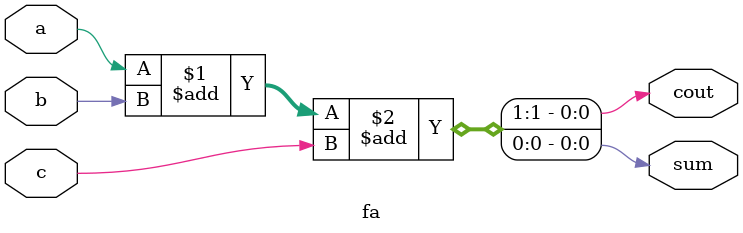
<source format=v>

module adder (cout, sum, a, b, cin);
	 input [7:0] a, b;
	 input cin;
	 output [7:0] sum;
	 output cout;

	 wire [8:1] c;


// prefix tree
	 ripple prefix_tree(a, b, cin, c, sum);

// post-computation
	 assign cout=c[8];

endmodule

module ripple (a, b, cin, cout, sum);
	
	input [7:0] a;
	input [7:0] b;
	input cin;
	output [8:1] cout;
	output [7:0] sum;

	wire [8:0] c;
	assign c[0]=cin;

	assign cout=c[8:1];

	fa fa_0 (a[0], b[0], c[0], sum[0], c[1]);
	fa fa_1 (a[1], b[1], c[1], sum[1], c[2]);
	fa fa_2 (a[2], b[2], c[2], sum[2], c[3]);
	fa fa_3 (a[3], b[3], c[3], sum[3], c[4]);
	fa fa_4 (a[4], b[4], c[4], sum[4], c[5]);
	fa fa_5 (a[5], b[5], c[5], sum[5], c[6]);
	fa fa_6 (a[6], b[6], c[6], sum[6], c[7]);
	fa fa_7 (a[7], b[7], c[7], sum[7], c[8]);

endmodule


// fa
module fa(a, b, c, sum, cout);

 input a, b, c;
 output sum, cout;
 assign {cout,sum}=a+b+c;

endmodule
</source>
